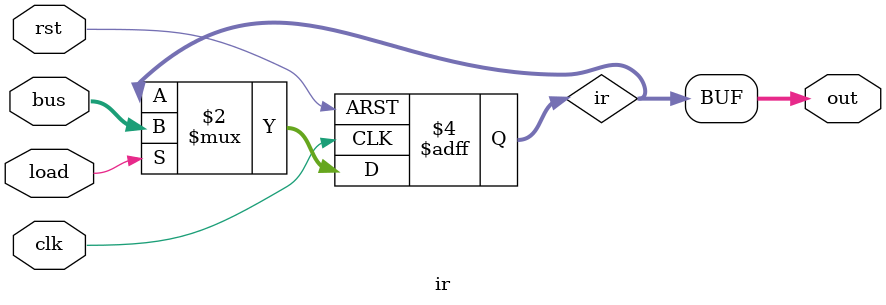
<source format=v>
module ir(
	input clk, 
	input rst,
	input load,
	input[7:0] bus,

	output[7:0] out
);

	reg[7:0] ir;

	always @ (posedge clk, posedge rst)
	begin
		if (rst)
		begin
			ir <= 8'b0;
		end else if (load)
		begin
			ir <= bus;
		end
	end

	assign out = ir;

endmodule

</source>
